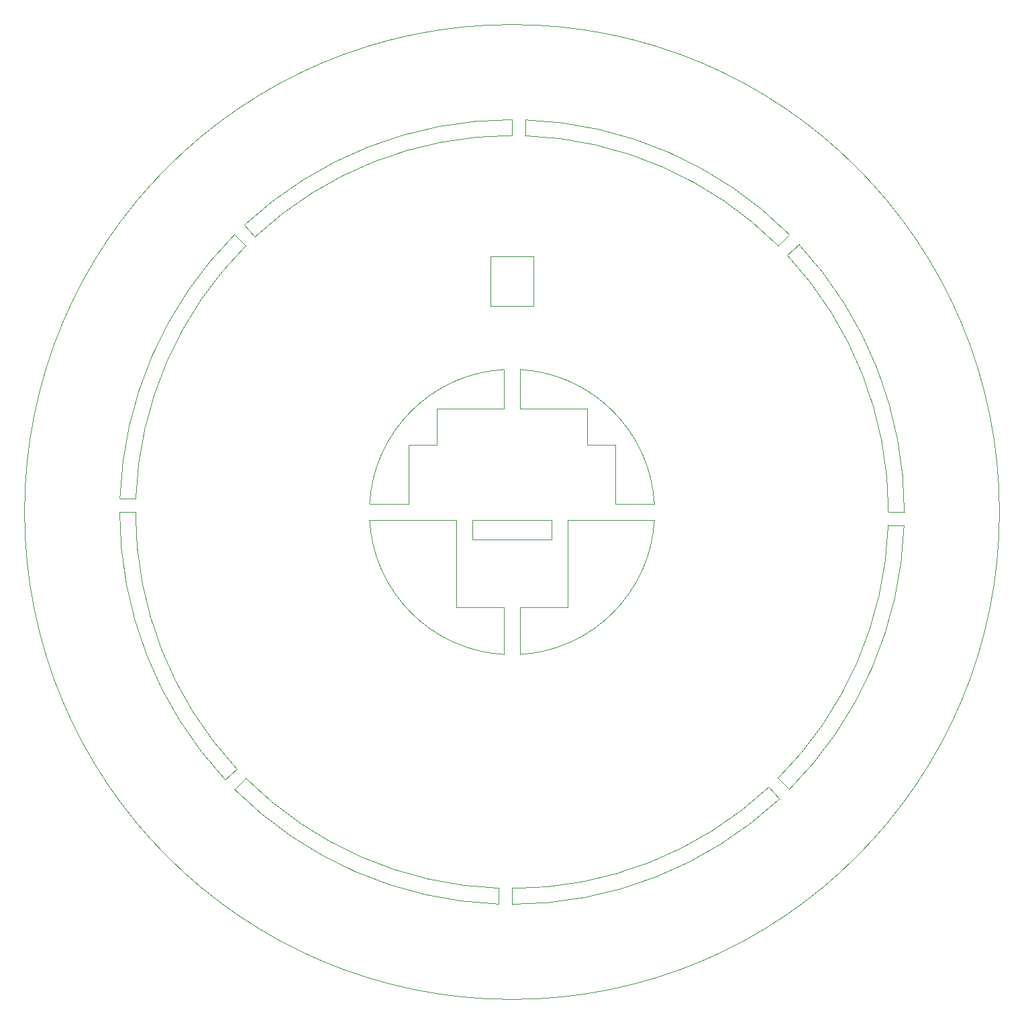
<source format=gm1>
%TF.GenerationSoftware,KiCad,Pcbnew,5.1.10-88a1d61d58~88~ubuntu18.04.1*%
%TF.CreationDate,2021-07-16T18:03:04+01:00*%
%TF.ProjectId,NerdClock,4e657264-436c-46f6-936b-2e6b69636164,rev?*%
%TF.SameCoordinates,Original*%
%TF.FileFunction,Profile,NP*%
%FSLAX46Y46*%
G04 Gerber Fmt 4.6, Leading zero omitted, Abs format (unit mm)*
G04 Created by KiCad (PCBNEW 5.1.10-88a1d61d58~88~ubuntu18.04.1) date 2021-07-16 18:03:04*
%MOMM*%
%LPD*%
G01*
G04 APERTURE LIST*
%TA.AperFunction,Profile*%
%ADD10C,0.050000*%
%TD*%
G04 APERTURE END LIST*
D10*
X98989455Y-117971354D02*
G75*
G02*
X82028000Y-100999000I1010545J17971354D01*
G01*
X99000000Y-115500000D02*
X98989455Y-117971355D01*
X100999000Y-117972000D02*
X101000000Y-115500000D01*
X97250000Y-67750000D02*
X97250000Y-74000000D01*
X102750000Y-67750000D02*
X97250000Y-67750000D01*
X102750000Y-74000000D02*
X102750000Y-67750000D01*
X97250000Y-74000000D02*
X102750000Y-74000000D01*
X105000000Y-101000000D02*
X95000000Y-101000000D01*
X105000000Y-103500000D02*
X105000000Y-101000000D01*
X95000000Y-103500000D02*
X105000000Y-103500000D01*
X95000000Y-101000000D02*
X95000000Y-103500000D01*
X93000000Y-101000000D02*
X87000000Y-101000000D01*
X93000000Y-112000000D02*
X93000000Y-101000000D01*
X99000000Y-112000000D02*
X93000000Y-112000000D01*
X99000000Y-115500000D02*
X99000000Y-112000000D01*
X107000000Y-101000000D02*
X113000000Y-101000000D01*
X107000000Y-104000000D02*
X107000000Y-101000000D01*
X107000000Y-112000000D02*
X107000000Y-104000000D01*
X101000000Y-112000000D02*
X107000000Y-112000000D01*
X101000000Y-115500000D02*
X101000000Y-112000000D01*
X113000000Y-101000000D02*
X117971355Y-101010545D01*
X82028000Y-100999000D02*
X87000000Y-101000000D01*
X117971354Y-101010545D02*
G75*
G02*
X100999000Y-117972000I-17971354J1010545D01*
G01*
X113000000Y-99000000D02*
X117972000Y-99001000D01*
X113000000Y-91500000D02*
X113000000Y-99000000D01*
X101010545Y-82028645D02*
X101000000Y-87000000D01*
X99001000Y-82028000D02*
X99000000Y-87000000D01*
X87000000Y-99000000D02*
X87000000Y-91500000D01*
X82028645Y-98989455D02*
X87000000Y-99000000D01*
X101010545Y-82028646D02*
G75*
G02*
X117972000Y-99001000I-1010545J-17971354D01*
G01*
X109500000Y-91500000D02*
X113000000Y-91500000D01*
X109500000Y-87000000D02*
X109500000Y-91500000D01*
X101000000Y-87000000D02*
X109500000Y-87000000D01*
X90500000Y-87000000D02*
X99000000Y-87000000D01*
X90500000Y-91500000D02*
X90500000Y-87000000D01*
X87000000Y-91500000D02*
X90500000Y-91500000D01*
X82028646Y-98989455D02*
G75*
G02*
X99001000Y-82028000I17971354J-1010545D01*
G01*
X136202008Y-66241081D02*
X134739301Y-67605078D01*
X133587572Y-66412428D02*
X135001786Y-64998214D01*
X149500000Y-100000000D02*
X147500000Y-100000000D01*
X147471064Y-101657726D02*
X149469846Y-101727525D01*
X133587572Y-133587572D02*
X135001786Y-135001786D01*
X133758919Y-136202008D02*
X132394922Y-134739301D01*
X100000000Y-149500000D02*
X100000000Y-147500000D01*
X98342274Y-147471064D02*
X98272475Y-149469846D01*
X64998214Y-135001786D02*
X66412428Y-133587572D01*
X65260699Y-132394922D02*
X63797992Y-133758919D01*
X52500000Y-100000000D02*
X50500000Y-100000000D01*
X50530154Y-98272475D02*
X52528936Y-98342274D01*
X66412428Y-66412428D02*
X64998214Y-64998214D01*
X67605078Y-65260699D02*
X66241081Y-63797992D01*
X100000000Y-50500000D02*
X100000000Y-52500000D01*
X101727525Y-50530154D02*
X101657726Y-52528936D01*
X50530154Y-98272475D02*
G75*
G02*
X64998214Y-64998214I49469846J-1727525D01*
G01*
X63797992Y-133758919D02*
G75*
G02*
X50500000Y-100000000I36202008J33758919D01*
G01*
X98272475Y-149469846D02*
G75*
G02*
X64998214Y-135001786I1727525J49469846D01*
G01*
X133758919Y-136202008D02*
G75*
G02*
X100000000Y-149500000I-33758919J36202008D01*
G01*
X149469846Y-101727525D02*
G75*
G02*
X135001786Y-135001786I-49469846J1727525D01*
G01*
X101727525Y-50530154D02*
G75*
G02*
X135001786Y-64998214I-1727525J-49469846D01*
G01*
X136202008Y-66241081D02*
G75*
G02*
X149500000Y-100000000I-36202008J-33758919D01*
G01*
X66241081Y-63797992D02*
G75*
G02*
X100000000Y-50500000I33758919J-36202008D01*
G01*
X101657726Y-52528936D02*
G75*
G02*
X133587572Y-66412428I-1657726J-47471064D01*
G01*
X147471064Y-101657726D02*
G75*
G02*
X133587572Y-133587572I-47471064J1657726D01*
G01*
X98342274Y-147471064D02*
G75*
G02*
X66412428Y-133587572I1657726J47471064D01*
G01*
X52528936Y-98342274D02*
G75*
G02*
X66412428Y-66412428I47471064J-1657726D01*
G01*
X134739301Y-67605078D02*
G75*
G02*
X147500000Y-100000000I-34739301J-32394922D01*
G01*
X132394922Y-134739301D02*
G75*
G02*
X100000000Y-147500000I-32394922J34739301D01*
G01*
X65260699Y-132394922D02*
G75*
G02*
X52500000Y-100000000I34739301J32394922D01*
G01*
X67605078Y-65260699D02*
G75*
G02*
X100000000Y-52500000I32394922J-34739301D01*
G01*
X161500000Y-100000000D02*
G75*
G03*
X161500000Y-100000000I-61500000J0D01*
G01*
M02*

</source>
